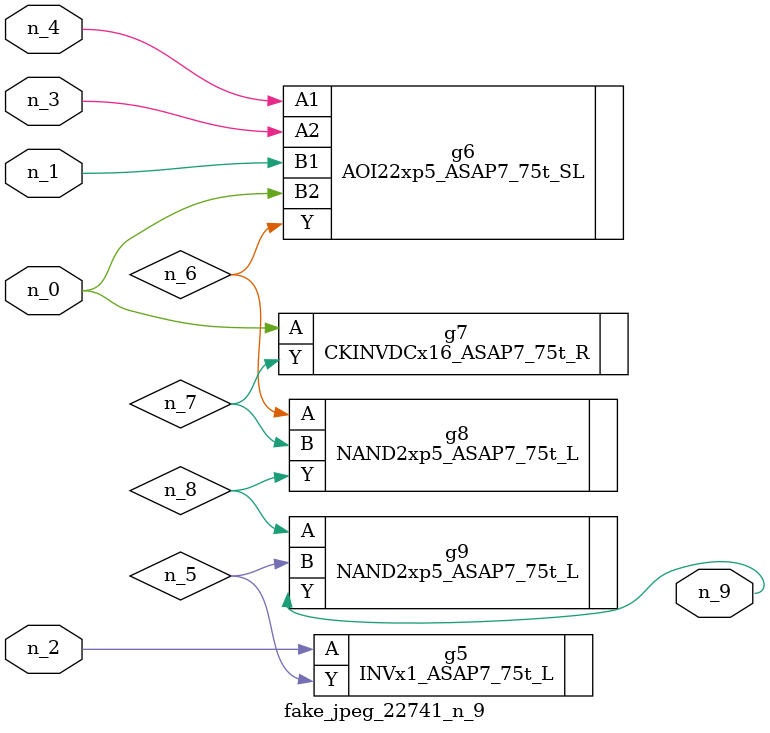
<source format=v>
module fake_jpeg_22741_n_9 (n_3, n_2, n_1, n_0, n_4, n_9);

input n_3;
input n_2;
input n_1;
input n_0;
input n_4;

output n_9;

wire n_8;
wire n_6;
wire n_5;
wire n_7;

INVx1_ASAP7_75t_L g5 ( 
.A(n_2),
.Y(n_5)
);

AOI22xp5_ASAP7_75t_SL g6 ( 
.A1(n_4),
.A2(n_3),
.B1(n_1),
.B2(n_0),
.Y(n_6)
);

CKINVDCx16_ASAP7_75t_R g7 ( 
.A(n_0),
.Y(n_7)
);

NAND2xp5_ASAP7_75t_L g8 ( 
.A(n_6),
.B(n_7),
.Y(n_8)
);

NAND2xp5_ASAP7_75t_L g9 ( 
.A(n_8),
.B(n_5),
.Y(n_9)
);


endmodule
</source>
